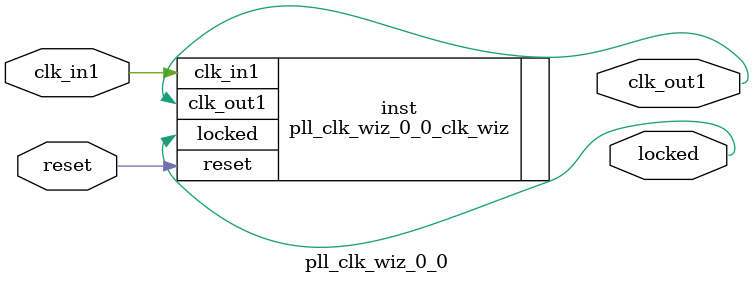
<source format=v>


`timescale 1ps/1ps

(* CORE_GENERATION_INFO = "pll_clk_wiz_0_0,clk_wiz_v6_0_2_0_0,{component_name=pll_clk_wiz_0_0,use_phase_alignment=true,use_min_o_jitter=false,use_max_i_jitter=false,use_dyn_phase_shift=false,use_inclk_switchover=false,use_dyn_reconfig=false,enable_axi=0,feedback_source=FDBK_AUTO,PRIMITIVE=MMCM,num_out_clk=1,clkin1_period=10.000,clkin2_period=10.000,use_power_down=false,use_reset=true,use_locked=true,use_inclk_stopped=false,feedback_type=SINGLE,CLOCK_MGR_TYPE=NA,manual_override=false}" *)

module pll_clk_wiz_0_0 
 (
  // Clock out ports
  output        clk_out1,
  // Status and control signals
  input         reset,
  output        locked,
 // Clock in ports
  input         clk_in1
 );

  pll_clk_wiz_0_0_clk_wiz inst
  (
  // Clock out ports  
  .clk_out1(clk_out1),
  // Status and control signals               
  .reset(reset), 
  .locked(locked),
 // Clock in ports
  .clk_in1(clk_in1)
  );

endmodule

</source>
